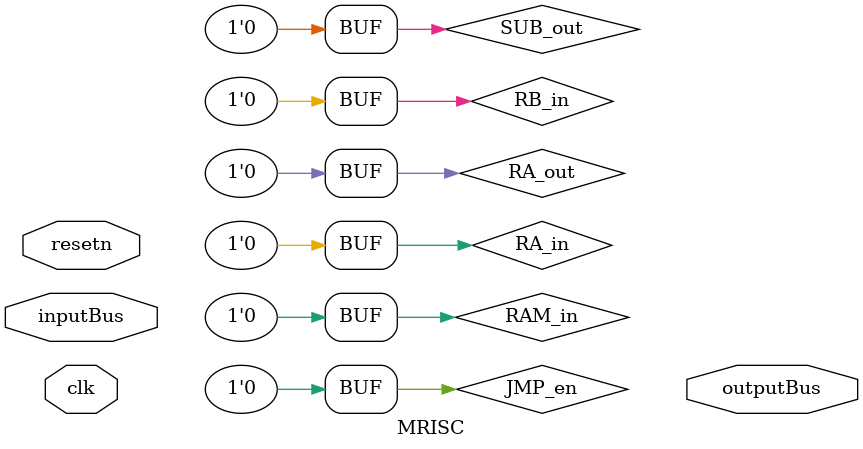
<source format=sv>
module MRISC(
	input logic clk, 
	input logic resetn, 
	input logic[7:0] inputBus, 
	output logic [7:0] outputBus
	);

	// opcodes
	typedef enum {
		NOP = 0,
		LDA = 1,
		LDB = 2,
		ADD = 3, // A = A + B
		SUB = 4, // A = A - B
		STA = 5,
		JMP = 6,
		LDAI = 7,
		LDBI = 8,
		MOV = 9
	} opcodes;

	// internal registers
	logic [7:0] PC;
	logic [7:0] MA;
	logic [7:0] RA;
	logic [7:0] RB;
	logic [7:0] IR;
	logic [2:0] IC;

	// main bus, driven by combinational logic
	logic [7:0] mainBus;

	// ========== Execution Unit ==========
	// program counter
	logic PC_en;
	logic PC_out;
	logic JMP_en;
	always_ff @(posedge clk, negedge resetn) begin
		if (~resetn) begin
			PC <= 8'd0;
		end
		else if (JMP_en) begin
			PC <= mainBus;
		end
		else if (PC_en) begin
			PC <= PC + 8'd1;
		end
	end
	
	// ram
	logic [7:0] RAM[255:0];
	logic RAM_in;
	logic RAM_out;
	always_ff @(posedge clk, negedge resetn) begin
		if (~resetn) begin
			// hardcoded program
		end
		else if (RAM_in) begin
			RAM[MA] <= mainBus;
		end
	end

	// memory address register
	logic MA_in;
	always_ff @(posedge clk, negedge resetn) begin
		if (~resetn) begin
			MA <= 0;
		end
		else if (MA_in) begin
			MA <= mainBus;
		end
	end

	// ALU registers
	logic RA_in;
	logic RB_in;
	logic RA_out;
	always_ff @(posedge clk, negedge resetn) begin
		if (~resetn) begin
			RA <= 8'd0;
			RB <= 8'd0;
		end
		else if (RA_in) begin
			RA <= mainBus;
		end
		else if (RB_in) begin
			RB <= mainBus;
		end
	end
	logic ADD_out;
	logic SUB_out;
	
	// ========== Control Unit ==========
	// Instruction Register
	logic IR_in;
	always_ff @(posedge clk, negedge resetn) begin
		if (~resetn) begin
			IR <= 8'd0;
		end
		else if (IR_in) begin
			IR <= mainBus;
		end
	end

	// Instruction Stepper
	logic next;
	always_ff @(posedge clk, negedge resetn) begin
		if (~resetn) begin
			IC <= 3'd0;
		end
		else if (next) begin
			IC <= 3'd0;
		end
		else begin
			IC <= IC + 3'd1;
		end
	end
	
	// Instruction Decoder
	always_comb begin
		PC_en = 1'b0;
		PC_out = 1'b0;
		JMP_en = 1'b0;
		RAM_in = 1'b0;
		RAM_out = 1'b0;
		MA_in = 1'b0;
		RA_in = 1'b0;
		RB_in = 1'b0;
		RA_out = 1'b0;
		ADD_out = 1'b0;
		SUB_out = 1'b0;
		IR_in = 1'b0;
		next = 1'b0;
			
		case(IR)

			// instruction format:
			// step 0: move PC into MA and increment PC after
			// step 1: "dereference" ma into the instruction register
			// step 2-7: actual instruction process

			// why is it done this way?
			// we could easily just make the entire cpu a big FSM and use 1 switch-case statement
			// but that wont work well for more complex designs
			// this way of doing things focuses on driving smaller modules, which is more sustainable than a big FSM

			NOP: begin
				if (IC == 3'd0) begin
					PC_out = 1;
					PC_en = 1;
					MA_in = 1;
				end
				else if (IC == 3'd1) begin
					RAM_out = 1;
					IR_in = 1;
				end
				else if (IC == 3'd2) begin
					next = 1;
				end
			end

			ADD: begin
				if (IC == 3'd0) begin
					PC_out = 1;
					MA_in = 1;
				end
				else if (IC == 3'd1) begin
					RAM_out = 1;
					IR_in = 1;
				end
				else if (IC == 3'd2) begin
					ADD_out = 1;
					next = 1;
				end
			end

		endcase
	end



	// main bus controls, driven by Ctrl Unit
	always_comb begin
		if (RAM_out) begin
			mainBus = RAM[MA];
		end
		if (ADD_out) begin
			mainBus = RA + RB;
		end
		else begin
			mainBus = 8'd0;
		end
	end



endmodule
</source>
